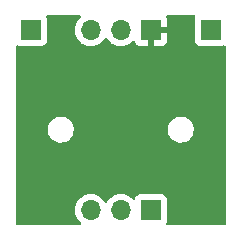
<source format=gtl>
G04 #@! TF.GenerationSoftware,KiCad,Pcbnew,(7.0.0)*
G04 #@! TF.CreationDate,2023-03-27T06:12:53-05:00*
G04 #@! TF.ProjectId,he-sensor-breakout,68652d73-656e-4736-9f72-2d627265616b,rev?*
G04 #@! TF.SameCoordinates,Original*
G04 #@! TF.FileFunction,Copper,L1,Top*
G04 #@! TF.FilePolarity,Positive*
%FSLAX46Y46*%
G04 Gerber Fmt 4.6, Leading zero omitted, Abs format (unit mm)*
G04 Created by KiCad (PCBNEW (7.0.0)) date 2023-03-27 06:12:53*
%MOMM*%
%LPD*%
G01*
G04 APERTURE LIST*
G04 #@! TA.AperFunction,ComponentPad*
%ADD10O,1.700000X1.700000*%
G04 #@! TD*
G04 #@! TA.AperFunction,ComponentPad*
%ADD11R,1.700000X1.700000*%
G04 #@! TD*
G04 APERTURE END LIST*
D10*
X97459999Y-107619999D03*
X99999999Y-107619999D03*
D11*
X102539999Y-107619999D03*
X92379999Y-92379999D03*
X107619999Y-92379999D03*
D10*
X97459999Y-92379999D03*
X99999999Y-92379999D03*
D11*
X102539999Y-92379999D03*
G04 #@! TA.AperFunction,Conductor*
G36*
X96586061Y-91125547D02*
G01*
X96631103Y-91168290D01*
X96649775Y-91227511D01*
X96637395Y-91288358D01*
X96597068Y-91335575D01*
X96593034Y-91338399D01*
X96593029Y-91338402D01*
X96588599Y-91341505D01*
X96584775Y-91345328D01*
X96584769Y-91345334D01*
X96425334Y-91504769D01*
X96425328Y-91504775D01*
X96421505Y-91508599D01*
X96418402Y-91513029D01*
X96418399Y-91513034D01*
X96289073Y-91697731D01*
X96289068Y-91697738D01*
X96285965Y-91702171D01*
X96283677Y-91707077D01*
X96283675Y-91707081D01*
X96188386Y-91911427D01*
X96188383Y-91911432D01*
X96186097Y-91916337D01*
X96184698Y-91921557D01*
X96184694Y-91921569D01*
X96126337Y-92139365D01*
X96126335Y-92139371D01*
X96124937Y-92144592D01*
X96104341Y-92380000D01*
X96124937Y-92615408D01*
X96126336Y-92620630D01*
X96126337Y-92620634D01*
X96184694Y-92838430D01*
X96184697Y-92838438D01*
X96186097Y-92843663D01*
X96188385Y-92848570D01*
X96188386Y-92848572D01*
X96283678Y-93052927D01*
X96283681Y-93052933D01*
X96285965Y-93057830D01*
X96289064Y-93062257D01*
X96289066Y-93062259D01*
X96418399Y-93246966D01*
X96418402Y-93246970D01*
X96421505Y-93251401D01*
X96588599Y-93418495D01*
X96593031Y-93421598D01*
X96593033Y-93421600D01*
X96737260Y-93522589D01*
X96782170Y-93554035D01*
X96996337Y-93653903D01*
X97224592Y-93715063D01*
X97460000Y-93735659D01*
X97695408Y-93715063D01*
X97923663Y-93653903D01*
X98137830Y-93554035D01*
X98331401Y-93418495D01*
X98498495Y-93251401D01*
X98628424Y-93065842D01*
X98672743Y-93026976D01*
X98730000Y-93012965D01*
X98787257Y-93026976D01*
X98831575Y-93065842D01*
X98958395Y-93246961D01*
X98958401Y-93246968D01*
X98961505Y-93251401D01*
X99128599Y-93418495D01*
X99133031Y-93421598D01*
X99133033Y-93421600D01*
X99277260Y-93522589D01*
X99322170Y-93554035D01*
X99536337Y-93653903D01*
X99764592Y-93715063D01*
X100000000Y-93735659D01*
X100235408Y-93715063D01*
X100463663Y-93653903D01*
X100677830Y-93554035D01*
X100871401Y-93418495D01*
X100993717Y-93296178D01*
X101046460Y-93264885D01*
X101107753Y-93262696D01*
X101162597Y-93290149D01*
X101197577Y-93340528D01*
X101243548Y-93463779D01*
X101251962Y-93479189D01*
X101327498Y-93580092D01*
X101339907Y-93592501D01*
X101440810Y-93668037D01*
X101456222Y-93676452D01*
X101575358Y-93720888D01*
X101590332Y-93724426D01*
X101638885Y-93729646D01*
X101645482Y-93730000D01*
X102273674Y-93730000D01*
X102286549Y-93726549D01*
X102290000Y-93713674D01*
X102790000Y-93713674D01*
X102793450Y-93726549D01*
X102806326Y-93730000D01*
X103434518Y-93730000D01*
X103441114Y-93729646D01*
X103489667Y-93724426D01*
X103504641Y-93720888D01*
X103623777Y-93676452D01*
X103639189Y-93668037D01*
X103740092Y-93592501D01*
X103752501Y-93580092D01*
X103828037Y-93479189D01*
X103836452Y-93463777D01*
X103880888Y-93344641D01*
X103884426Y-93329667D01*
X103889646Y-93281114D01*
X103890000Y-93274518D01*
X103890000Y-92646326D01*
X103886549Y-92633450D01*
X103873674Y-92630000D01*
X102806326Y-92630000D01*
X102793450Y-92633450D01*
X102790000Y-92646326D01*
X102790000Y-93713674D01*
X102290000Y-93713674D01*
X102290000Y-92254000D01*
X102306613Y-92192000D01*
X102352000Y-92146613D01*
X102414000Y-92130000D01*
X103873674Y-92130000D01*
X103886549Y-92126549D01*
X103890000Y-92113674D01*
X103890000Y-91485482D01*
X103889646Y-91478885D01*
X103884426Y-91430332D01*
X103880888Y-91415358D01*
X103836452Y-91296219D01*
X103834927Y-91293427D01*
X103833993Y-91289627D01*
X103833353Y-91287911D01*
X103833553Y-91287836D01*
X103819779Y-91231787D01*
X103837117Y-91170726D01*
X103882399Y-91126246D01*
X103943759Y-91110000D01*
X106215666Y-91110000D01*
X106277026Y-91126246D01*
X106322308Y-91170727D01*
X106339646Y-91231788D01*
X106325937Y-91287569D01*
X106326204Y-91287669D01*
X106325351Y-91289954D01*
X106325349Y-91289959D01*
X106323105Y-91295976D01*
X106323103Y-91295981D01*
X106278620Y-91415247D01*
X106278619Y-91415250D01*
X106275909Y-91422517D01*
X106275079Y-91430227D01*
X106275079Y-91430232D01*
X106269855Y-91478819D01*
X106269854Y-91478831D01*
X106269500Y-91482127D01*
X106269500Y-91485448D01*
X106269500Y-91485449D01*
X106269500Y-93274560D01*
X106269500Y-93274578D01*
X106269501Y-93277872D01*
X106269853Y-93281150D01*
X106269854Y-93281161D01*
X106275079Y-93329768D01*
X106275080Y-93329773D01*
X106275909Y-93337483D01*
X106278619Y-93344749D01*
X106278620Y-93344753D01*
X106304695Y-93414663D01*
X106326204Y-93472331D01*
X106331518Y-93479430D01*
X106331519Y-93479431D01*
X106387367Y-93554035D01*
X106412454Y-93587546D01*
X106527669Y-93673796D01*
X106662517Y-93724091D01*
X106722127Y-93730500D01*
X108517872Y-93730499D01*
X108577483Y-93724091D01*
X108712331Y-93673796D01*
X108712430Y-93674062D01*
X108768212Y-93660354D01*
X108829273Y-93677692D01*
X108873754Y-93722974D01*
X108890000Y-93784334D01*
X108890000Y-108766000D01*
X108873387Y-108828000D01*
X108828000Y-108873387D01*
X108766000Y-108890000D01*
X103944334Y-108890000D01*
X103882974Y-108873754D01*
X103837692Y-108829273D01*
X103820354Y-108768212D01*
X103834062Y-108712430D01*
X103833796Y-108712331D01*
X103834053Y-108711642D01*
X103884091Y-108577483D01*
X103890500Y-108517873D01*
X103890499Y-106722128D01*
X103884091Y-106662517D01*
X103833796Y-106527669D01*
X103747546Y-106412454D01*
X103657030Y-106344694D01*
X103639431Y-106331519D01*
X103639430Y-106331518D01*
X103632331Y-106326204D01*
X103525442Y-106286337D01*
X103504752Y-106278620D01*
X103504750Y-106278619D01*
X103497483Y-106275909D01*
X103489770Y-106275079D01*
X103489767Y-106275079D01*
X103441180Y-106269855D01*
X103441169Y-106269854D01*
X103437873Y-106269500D01*
X103434550Y-106269500D01*
X101645439Y-106269500D01*
X101645420Y-106269500D01*
X101642128Y-106269501D01*
X101638850Y-106269853D01*
X101638838Y-106269854D01*
X101590231Y-106275079D01*
X101590225Y-106275080D01*
X101582517Y-106275909D01*
X101575252Y-106278618D01*
X101575246Y-106278620D01*
X101455980Y-106323104D01*
X101455978Y-106323104D01*
X101447669Y-106326204D01*
X101440572Y-106331516D01*
X101440568Y-106331519D01*
X101339550Y-106407141D01*
X101339546Y-106407144D01*
X101332454Y-106412454D01*
X101327144Y-106419546D01*
X101327141Y-106419550D01*
X101251519Y-106520568D01*
X101251516Y-106520572D01*
X101246204Y-106527669D01*
X101243104Y-106535978D01*
X101243105Y-106535978D01*
X101197189Y-106659083D01*
X101162210Y-106709462D01*
X101107365Y-106736915D01*
X101046072Y-106734726D01*
X100993326Y-106703430D01*
X100875232Y-106585336D01*
X100875230Y-106585334D01*
X100871401Y-106581505D01*
X100866970Y-106578402D01*
X100866966Y-106578399D01*
X100682259Y-106449066D01*
X100682257Y-106449064D01*
X100677830Y-106445965D01*
X100672933Y-106443681D01*
X100672927Y-106443678D01*
X100468572Y-106348386D01*
X100468570Y-106348385D01*
X100463663Y-106346097D01*
X100458438Y-106344697D01*
X100458430Y-106344694D01*
X100240634Y-106286337D01*
X100240630Y-106286336D01*
X100235408Y-106284937D01*
X100230020Y-106284465D01*
X100230017Y-106284465D01*
X100005395Y-106264813D01*
X100000000Y-106264341D01*
X99994605Y-106264813D01*
X99769982Y-106284465D01*
X99769977Y-106284465D01*
X99764592Y-106284937D01*
X99759371Y-106286335D01*
X99759365Y-106286337D01*
X99541569Y-106344694D01*
X99541557Y-106344698D01*
X99536337Y-106346097D01*
X99531432Y-106348383D01*
X99531427Y-106348386D01*
X99327081Y-106443675D01*
X99327077Y-106443677D01*
X99322171Y-106445965D01*
X99317738Y-106449068D01*
X99317731Y-106449073D01*
X99133034Y-106578399D01*
X99133029Y-106578402D01*
X99128599Y-106581505D01*
X99124775Y-106585328D01*
X99124769Y-106585334D01*
X98965334Y-106744769D01*
X98965328Y-106744775D01*
X98961505Y-106748599D01*
X98958402Y-106753029D01*
X98958399Y-106753034D01*
X98831575Y-106934159D01*
X98787257Y-106973025D01*
X98730000Y-106987036D01*
X98672743Y-106973025D01*
X98628425Y-106934159D01*
X98501600Y-106753034D01*
X98498495Y-106748599D01*
X98331401Y-106581505D01*
X98326970Y-106578402D01*
X98326966Y-106578399D01*
X98142259Y-106449066D01*
X98142257Y-106449064D01*
X98137830Y-106445965D01*
X98132933Y-106443681D01*
X98132927Y-106443678D01*
X97928572Y-106348386D01*
X97928570Y-106348385D01*
X97923663Y-106346097D01*
X97918438Y-106344697D01*
X97918430Y-106344694D01*
X97700634Y-106286337D01*
X97700630Y-106286336D01*
X97695408Y-106284937D01*
X97690020Y-106284465D01*
X97690017Y-106284465D01*
X97465395Y-106264813D01*
X97460000Y-106264341D01*
X97454605Y-106264813D01*
X97229982Y-106284465D01*
X97229977Y-106284465D01*
X97224592Y-106284937D01*
X97219371Y-106286335D01*
X97219365Y-106286337D01*
X97001569Y-106344694D01*
X97001557Y-106344698D01*
X96996337Y-106346097D01*
X96991432Y-106348383D01*
X96991427Y-106348386D01*
X96787081Y-106443675D01*
X96787077Y-106443677D01*
X96782171Y-106445965D01*
X96777738Y-106449068D01*
X96777731Y-106449073D01*
X96593034Y-106578399D01*
X96593029Y-106578402D01*
X96588599Y-106581505D01*
X96584775Y-106585328D01*
X96584769Y-106585334D01*
X96425334Y-106744769D01*
X96425328Y-106744775D01*
X96421505Y-106748599D01*
X96418402Y-106753029D01*
X96418399Y-106753034D01*
X96289073Y-106937731D01*
X96289068Y-106937738D01*
X96285965Y-106942171D01*
X96283677Y-106947077D01*
X96283675Y-106947081D01*
X96188386Y-107151427D01*
X96188383Y-107151432D01*
X96186097Y-107156337D01*
X96184698Y-107161557D01*
X96184694Y-107161569D01*
X96126337Y-107379365D01*
X96126335Y-107379371D01*
X96124937Y-107384592D01*
X96104341Y-107620000D01*
X96124937Y-107855408D01*
X96126336Y-107860630D01*
X96126337Y-107860634D01*
X96184694Y-108078430D01*
X96184697Y-108078438D01*
X96186097Y-108083663D01*
X96188385Y-108088570D01*
X96188386Y-108088572D01*
X96283678Y-108292927D01*
X96283681Y-108292933D01*
X96285965Y-108297830D01*
X96289064Y-108302257D01*
X96289066Y-108302259D01*
X96418399Y-108486966D01*
X96418402Y-108486970D01*
X96421505Y-108491401D01*
X96588599Y-108658495D01*
X96593032Y-108661599D01*
X96593038Y-108661604D01*
X96597067Y-108664425D01*
X96637394Y-108711642D01*
X96649774Y-108772489D01*
X96631102Y-108831710D01*
X96586060Y-108874453D01*
X96525944Y-108890000D01*
X91234000Y-108890000D01*
X91172000Y-108873387D01*
X91126613Y-108828000D01*
X91110000Y-108766000D01*
X91110000Y-100741148D01*
X93815746Y-100741148D01*
X93816026Y-100747032D01*
X93816026Y-100747039D01*
X93820757Y-100846352D01*
X93825746Y-100951080D01*
X93827135Y-100956808D01*
X93827137Y-100956817D01*
X93849389Y-101048538D01*
X93875296Y-101155326D01*
X93962604Y-101346503D01*
X93966031Y-101351316D01*
X93966032Y-101351317D01*
X94025626Y-101435006D01*
X94084514Y-101517702D01*
X94236622Y-101662736D01*
X94413428Y-101776363D01*
X94418911Y-101778558D01*
X94418913Y-101778559D01*
X94603060Y-101852280D01*
X94608543Y-101854475D01*
X94814915Y-101894250D01*
X94969471Y-101894250D01*
X94972425Y-101894250D01*
X95129218Y-101879278D01*
X95330875Y-101820066D01*
X95517682Y-101723761D01*
X95682886Y-101593842D01*
X95820519Y-101435006D01*
X95925604Y-101252994D01*
X95994344Y-101054383D01*
X96024254Y-100846352D01*
X96019243Y-100741148D01*
X103975746Y-100741148D01*
X103976026Y-100747032D01*
X103976026Y-100747039D01*
X103980757Y-100846352D01*
X103985746Y-100951080D01*
X103987135Y-100956808D01*
X103987137Y-100956817D01*
X104009389Y-101048538D01*
X104035296Y-101155326D01*
X104122604Y-101346503D01*
X104126031Y-101351316D01*
X104126032Y-101351317D01*
X104185626Y-101435006D01*
X104244514Y-101517702D01*
X104396622Y-101662736D01*
X104573428Y-101776363D01*
X104578911Y-101778558D01*
X104578913Y-101778559D01*
X104763060Y-101852280D01*
X104768543Y-101854475D01*
X104974915Y-101894250D01*
X105129471Y-101894250D01*
X105132425Y-101894250D01*
X105289218Y-101879278D01*
X105490875Y-101820066D01*
X105677682Y-101723761D01*
X105842886Y-101593842D01*
X105980519Y-101435006D01*
X106085604Y-101252994D01*
X106154344Y-101054383D01*
X106184254Y-100846352D01*
X106174254Y-100636420D01*
X106124704Y-100432174D01*
X106037396Y-100240997D01*
X105915486Y-100069798D01*
X105763378Y-99924764D01*
X105664210Y-99861032D01*
X105591544Y-99814332D01*
X105591541Y-99814330D01*
X105586572Y-99811137D01*
X105581092Y-99808943D01*
X105581086Y-99808940D01*
X105396939Y-99735219D01*
X105396932Y-99735217D01*
X105391457Y-99733025D01*
X105385662Y-99731908D01*
X105385655Y-99731906D01*
X105190882Y-99694367D01*
X105190879Y-99694366D01*
X105185085Y-99693250D01*
X105027575Y-99693250D01*
X105024646Y-99693529D01*
X105024639Y-99693530D01*
X104876662Y-99707660D01*
X104876656Y-99707661D01*
X104870782Y-99708222D01*
X104865112Y-99709886D01*
X104865111Y-99709887D01*
X104674787Y-99765771D01*
X104674782Y-99765772D01*
X104669125Y-99767434D01*
X104663884Y-99770135D01*
X104663881Y-99770137D01*
X104487568Y-99861032D01*
X104487564Y-99861034D01*
X104482318Y-99863739D01*
X104477676Y-99867388D01*
X104477672Y-99867392D01*
X104321759Y-99990004D01*
X104321752Y-99990010D01*
X104317114Y-99993658D01*
X104313250Y-99998117D01*
X104313245Y-99998122D01*
X104183347Y-100148032D01*
X104179481Y-100152494D01*
X104176530Y-100157604D01*
X104176528Y-100157608D01*
X104077352Y-100329385D01*
X104077349Y-100329390D01*
X104074396Y-100334506D01*
X104072465Y-100340085D01*
X104072461Y-100340094D01*
X104007587Y-100527535D01*
X104007584Y-100527544D01*
X104005656Y-100533117D01*
X104004816Y-100538953D01*
X104004815Y-100538961D01*
X103976585Y-100735308D01*
X103976584Y-100735314D01*
X103975746Y-100741148D01*
X96019243Y-100741148D01*
X96014254Y-100636420D01*
X95964704Y-100432174D01*
X95877396Y-100240997D01*
X95755486Y-100069798D01*
X95603378Y-99924764D01*
X95504210Y-99861032D01*
X95431544Y-99814332D01*
X95431541Y-99814330D01*
X95426572Y-99811137D01*
X95421092Y-99808943D01*
X95421086Y-99808940D01*
X95236939Y-99735219D01*
X95236932Y-99735217D01*
X95231457Y-99733025D01*
X95225662Y-99731908D01*
X95225655Y-99731906D01*
X95030882Y-99694367D01*
X95030879Y-99694366D01*
X95025085Y-99693250D01*
X94867575Y-99693250D01*
X94864646Y-99693529D01*
X94864639Y-99693530D01*
X94716662Y-99707660D01*
X94716656Y-99707661D01*
X94710782Y-99708222D01*
X94705112Y-99709886D01*
X94705111Y-99709887D01*
X94514787Y-99765771D01*
X94514782Y-99765772D01*
X94509125Y-99767434D01*
X94503884Y-99770135D01*
X94503881Y-99770137D01*
X94327568Y-99861032D01*
X94327564Y-99861034D01*
X94322318Y-99863739D01*
X94317676Y-99867388D01*
X94317672Y-99867392D01*
X94161759Y-99990004D01*
X94161752Y-99990010D01*
X94157114Y-99993658D01*
X94153250Y-99998117D01*
X94153245Y-99998122D01*
X94023347Y-100148032D01*
X94019481Y-100152494D01*
X94016530Y-100157604D01*
X94016528Y-100157608D01*
X93917352Y-100329385D01*
X93917349Y-100329390D01*
X93914396Y-100334506D01*
X93912465Y-100340085D01*
X93912461Y-100340094D01*
X93847587Y-100527535D01*
X93847584Y-100527544D01*
X93845656Y-100533117D01*
X93844816Y-100538953D01*
X93844815Y-100538961D01*
X93816585Y-100735308D01*
X93816584Y-100735314D01*
X93815746Y-100741148D01*
X91110000Y-100741148D01*
X91110000Y-93784334D01*
X91126246Y-93722974D01*
X91170727Y-93677692D01*
X91231788Y-93660354D01*
X91287569Y-93674062D01*
X91287669Y-93673796D01*
X91422517Y-93724091D01*
X91482127Y-93730500D01*
X93277872Y-93730499D01*
X93337483Y-93724091D01*
X93472331Y-93673796D01*
X93587546Y-93587546D01*
X93673796Y-93472331D01*
X93724091Y-93337483D01*
X93730500Y-93277873D01*
X93730499Y-91482128D01*
X93724091Y-91422517D01*
X93673796Y-91287669D01*
X93674062Y-91287569D01*
X93660354Y-91231788D01*
X93677692Y-91170727D01*
X93722974Y-91126246D01*
X93784334Y-91110000D01*
X96525945Y-91110000D01*
X96586061Y-91125547D01*
G37*
G04 #@! TD.AperFunction*
M02*

</source>
